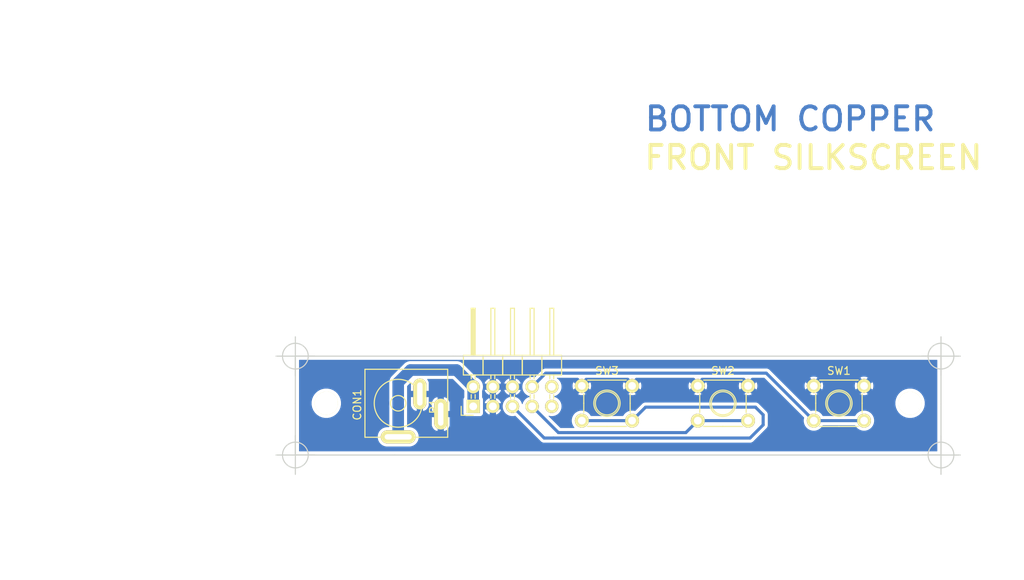
<source format=kicad_pcb>
(kicad_pcb (version 20171130) (host pcbnew "(5.0.0)")

  (general
    (thickness 1.6)
    (drawings 54)
    (tracks 25)
    (zones 0)
    (modules 7)
    (nets 8)
  )

  (page USLetter)
  (layers
    (0 F.Cu signal)
    (31 B.Cu signal)
    (32 B.Adhes user)
    (33 F.Adhes user)
    (34 B.Paste user)
    (35 F.Paste user)
    (36 B.SilkS user)
    (37 F.SilkS user)
    (38 B.Mask user)
    (39 F.Mask user)
    (40 Dwgs.User user)
    (41 Cmts.User user)
    (42 Eco1.User user)
    (43 Eco2.User user)
    (44 Edge.Cuts user)
    (45 Margin user)
    (46 B.CrtYd user)
    (47 F.CrtYd user)
    (48 B.Fab user)
    (49 F.Fab user)
  )

  (setup
    (last_trace_width 0.25)
    (user_trace_width 0.4)
    (user_trace_width 1)
    (user_trace_width 1.5)
    (trace_clearance 0.3)
    (zone_clearance 0.4)
    (zone_45_only no)
    (trace_min 0.2)
    (segment_width 0.2)
    (edge_width 0.15)
    (via_size 0.6)
    (via_drill 0.4)
    (via_min_size 0.4)
    (via_min_drill 0.3)
    (uvia_size 0.3)
    (uvia_drill 0.1)
    (uvias_allowed no)
    (uvia_min_size 0.2)
    (uvia_min_drill 0.1)
    (pcb_text_width 0.3)
    (pcb_text_size 1.5 1.5)
    (mod_edge_width 0.15)
    (mod_text_size 1 1)
    (mod_text_width 0.15)
    (pad_size 3 3)
    (pad_drill 3)
    (pad_to_mask_clearance 0.2)
    (aux_axis_origin 113.9 106.3)
    (grid_origin 113.9 106.3)
    (visible_elements 7FFFFFFF)
    (pcbplotparams
      (layerselection 0x01460_fffffffe)
      (usegerberextensions false)
      (usegerberattributes false)
      (usegerberadvancedattributes false)
      (creategerberjobfile false)
      (excludeedgelayer false)
      (linewidth 0.100000)
      (plotframeref false)
      (viasonmask false)
      (mode 1)
      (useauxorigin true)
      (hpglpennumber 1)
      (hpglpenspeed 20)
      (hpglpendiameter 15.000000)
      (psnegative false)
      (psa4output false)
      (plotreference true)
      (plotvalue false)
      (plotinvisibletext false)
      (padsonsilk false)
      (subtractmaskfromsilk true)
      (outputformat 1)
      (mirror false)
      (drillshape 0)
      (scaleselection 1)
      (outputdirectory "gerbers/"))
  )

  (net 0 "")
  (net 1 "Net-(CON1-Pad1)")
  (net 2 GND)
  (net 3 "Net-(P1-Pad5)")
  (net 4 "Net-(P1-Pad7)")
  (net 5 "Net-(P1-Pad8)")
  (net 6 "Net-(P1-Pad9)")
  (net 7 "Net-(P1-Pad10)")

  (net_class Default "This is the default net class."
    (clearance 0.3)
    (trace_width 0.25)
    (via_dia 0.6)
    (via_drill 0.4)
    (uvia_dia 0.3)
    (uvia_drill 0.1)
    (add_net GND)
    (add_net "Net-(CON1-Pad1)")
    (add_net "Net-(P1-Pad10)")
    (add_net "Net-(P1-Pad5)")
    (add_net "Net-(P1-Pad7)")
    (add_net "Net-(P1-Pad8)")
    (add_net "Net-(P1-Pad9)")
  )

  (module usrConnectors:CON_PWR_JACK_5.5x2mm (layer F.Cu) (tedit 57ACE342) (tstamp 57AA177C)
    (at 127.2 99.6)
    (path /57B06720)
    (fp_text reference CON1 (at -5.3 0.2 90) (layer F.SilkS)
      (effects (font (size 1 1) (thickness 0.15)))
    )
    (fp_text value BARREL_JACK (at 0 -5.6) (layer F.Fab)
      (effects (font (size 1 1) (thickness 0.15)))
    )
    (fp_line (start 6.4 0) (end 6.4 4.4) (layer F.SilkS) (width 0.15))
    (fp_line (start 6.4 4.4) (end -4.3 4.4) (layer F.SilkS) (width 0.15))
    (fp_line (start -4.3 4.4) (end -4.3 -4.4) (layer F.SilkS) (width 0.15))
    (fp_line (start -4.3 -4.4) (end 6.4 -4.4) (layer F.SilkS) (width 0.15))
    (fp_line (start 6.4 -4.4) (end 6.4 0) (layer F.SilkS) (width 0.15))
    (fp_circle (center 0 0) (end 3.1 0) (layer F.SilkS) (width 0.15))
    (fp_circle (center 0 0) (end 1 0) (layer F.SilkS) (width 0.15))
    (pad 1 thru_hole oval (at 0 4.35) (size 4.5 1.7) (drill oval 3.5 0.7) (layers *.Cu *.Mask F.SilkS)
      (net 1 "Net-(CON1-Pad1)"))
    (pad 3 thru_hole oval (at 2.8 -1.2) (size 1.7 4) (drill oval 0.7 3) (layers *.Cu *.Mask F.SilkS)
      (net 2 GND))
    (pad 2 thru_hole oval (at 5.5 1.4) (size 1.7 4) (drill oval 0.7 3) (layers *.Cu *.Mask F.SilkS)
      (net 2 GND))
  )

  (module usrMisc:SW_SPST_THT_6mm (layer F.Cu) (tedit 57AA16D1) (tstamp 57AA179A)
    (at 184.2 99.6 180)
    (path /57B069A4)
    (fp_text reference SW1 (at 0 4.2 180) (layer F.SilkS)
      (effects (font (size 1 1) (thickness 0.15)))
    )
    (fp_text value UP (at 0 -4.1 180) (layer F.Fab)
      (effects (font (size 1 1) (thickness 0.15)))
    )
    (fp_circle (center 0 0) (end 1.5 0) (layer F.SilkS) (width 0.15))
    (fp_circle (center 0 0) (end 1.7 0) (layer F.SilkS) (width 0.15))
    (fp_line (start 0 -3) (end -2.5 -3) (layer F.SilkS) (width 0.15))
    (fp_line (start 0 -3) (end 2.5 -3) (layer F.SilkS) (width 0.15))
    (fp_line (start -3 0) (end -3 1.2) (layer F.SilkS) (width 0.15))
    (fp_line (start -3 0) (end -3 -1.2) (layer F.SilkS) (width 0.15))
    (fp_line (start 0 3) (end -2.5 3) (layer F.SilkS) (width 0.15))
    (fp_line (start 0 3) (end 2.5 3) (layer F.SilkS) (width 0.15))
    (fp_line (start 3 0) (end 3 1.2) (layer F.SilkS) (width 0.15))
    (fp_line (start 3 0) (end 3 -1.2) (layer F.SilkS) (width 0.15))
    (pad 1 thru_hole circle (at -3.25 -2.25 180) (size 1.8 1.8) (drill 1) (layers *.Cu *.Mask F.SilkS)
      (net 5 "Net-(P1-Pad8)"))
    (pad 2 thru_hole circle (at 3.25 -2.25 180) (size 1.8 1.8) (drill 1) (layers *.Cu *.Mask F.SilkS)
      (net 5 "Net-(P1-Pad8)"))
    (pad 3 thru_hole circle (at -3.25 2.25 180) (size 1.8 1.8) (drill 1) (layers *.Cu *.Mask F.SilkS)
      (net 2 GND))
    (pad 4 thru_hole circle (at 3.25 2.25 180) (size 1.8 1.8) (drill 1) (layers *.Cu *.Mask F.SilkS)
      (net 2 GND))
  )

  (module usrMisc:SW_SPST_THT_6mm (layer F.Cu) (tedit 57AA16D1) (tstamp 57AA17AC)
    (at 169.2 99.6 180)
    (path /57B06966)
    (fp_text reference SW2 (at 0 4.2 180) (layer F.SilkS)
      (effects (font (size 1 1) (thickness 0.15)))
    )
    (fp_text value SET (at 0 -4.1 180) (layer F.Fab)
      (effects (font (size 1 1) (thickness 0.15)))
    )
    (fp_circle (center 0 0) (end 1.5 0) (layer F.SilkS) (width 0.15))
    (fp_circle (center 0 0) (end 1.7 0) (layer F.SilkS) (width 0.15))
    (fp_line (start 0 -3) (end -2.5 -3) (layer F.SilkS) (width 0.15))
    (fp_line (start 0 -3) (end 2.5 -3) (layer F.SilkS) (width 0.15))
    (fp_line (start -3 0) (end -3 1.2) (layer F.SilkS) (width 0.15))
    (fp_line (start -3 0) (end -3 -1.2) (layer F.SilkS) (width 0.15))
    (fp_line (start 0 3) (end -2.5 3) (layer F.SilkS) (width 0.15))
    (fp_line (start 0 3) (end 2.5 3) (layer F.SilkS) (width 0.15))
    (fp_line (start 3 0) (end 3 1.2) (layer F.SilkS) (width 0.15))
    (fp_line (start 3 0) (end 3 -1.2) (layer F.SilkS) (width 0.15))
    (pad 1 thru_hole circle (at -3.25 -2.25 180) (size 1.8 1.8) (drill 1) (layers *.Cu *.Mask F.SilkS)
      (net 4 "Net-(P1-Pad7)"))
    (pad 2 thru_hole circle (at 3.25 -2.25 180) (size 1.8 1.8) (drill 1) (layers *.Cu *.Mask F.SilkS)
      (net 4 "Net-(P1-Pad7)"))
    (pad 3 thru_hole circle (at -3.25 2.25 180) (size 1.8 1.8) (drill 1) (layers *.Cu *.Mask F.SilkS)
      (net 2 GND))
    (pad 4 thru_hole circle (at 3.25 2.25 180) (size 1.8 1.8) (drill 1) (layers *.Cu *.Mask F.SilkS)
      (net 2 GND))
  )

  (module usrMisc:SW_SPST_THT_6mm (layer F.Cu) (tedit 57AA16D1) (tstamp 57AA17BE)
    (at 154.2 99.6 180)
    (path /57B068C9)
    (fp_text reference SW3 (at 0 4.2 180) (layer F.SilkS)
      (effects (font (size 1 1) (thickness 0.15)))
    )
    (fp_text value MODE (at 0 -4.1 180) (layer F.Fab)
      (effects (font (size 1 1) (thickness 0.15)))
    )
    (fp_circle (center 0 0) (end 1.5 0) (layer F.SilkS) (width 0.15))
    (fp_circle (center 0 0) (end 1.7 0) (layer F.SilkS) (width 0.15))
    (fp_line (start 0 -3) (end -2.5 -3) (layer F.SilkS) (width 0.15))
    (fp_line (start 0 -3) (end 2.5 -3) (layer F.SilkS) (width 0.15))
    (fp_line (start -3 0) (end -3 1.2) (layer F.SilkS) (width 0.15))
    (fp_line (start -3 0) (end -3 -1.2) (layer F.SilkS) (width 0.15))
    (fp_line (start 0 3) (end -2.5 3) (layer F.SilkS) (width 0.15))
    (fp_line (start 0 3) (end 2.5 3) (layer F.SilkS) (width 0.15))
    (fp_line (start 3 0) (end 3 1.2) (layer F.SilkS) (width 0.15))
    (fp_line (start 3 0) (end 3 -1.2) (layer F.SilkS) (width 0.15))
    (pad 1 thru_hole circle (at -3.25 -2.25 180) (size 1.8 1.8) (drill 1) (layers *.Cu *.Mask F.SilkS)
      (net 3 "Net-(P1-Pad5)"))
    (pad 2 thru_hole circle (at 3.25 -2.25 180) (size 1.8 1.8) (drill 1) (layers *.Cu *.Mask F.SilkS)
      (net 3 "Net-(P1-Pad5)"))
    (pad 3 thru_hole circle (at -3.25 2.25 180) (size 1.8 1.8) (drill 1) (layers *.Cu *.Mask F.SilkS)
      (net 2 GND))
    (pad 4 thru_hole circle (at 3.25 2.25 180) (size 1.8 1.8) (drill 1) (layers *.Cu *.Mask F.SilkS)
      (net 2 GND))
  )

  (module Mounting_Holes:MountingHole_3-5mm (layer F.Cu) (tedit 57AA5BF5) (tstamp 57AA17C3)
    (at 193.4 99.6)
    (descr "Mounting hole, Befestigungsbohrung, 3,5mm, No Annular, Kein Restring,")
    (tags "Mounting hole, Befestigungsbohrung, 3,5mm, No Annular, Kein Restring,")
    (path /57B06B37)
    (fp_text reference X1 (at 0 -4.50088) (layer F.SilkS) hide
      (effects (font (size 1 1) (thickness 0.15)))
    )
    (fp_text value HOLE (at 0 5.00126) (layer F.Fab)
      (effects (font (size 1 1) (thickness 0.15)))
    )
    (fp_circle (center 0 0) (end 3.5 0) (layer Cmts.User) (width 0.381))
    (pad "" np_thru_hole circle (at 0 0) (size 3 3) (drill 3) (layers *.Cu *.Mask F.SilkS))
  )

  (module Mounting_Holes:MountingHole_3-5mm (layer F.Cu) (tedit 57AA5BF0) (tstamp 57AA17C8)
    (at 117.9 99.6)
    (descr "Mounting hole, Befestigungsbohrung, 3,5mm, No Annular, Kein Restring,")
    (tags "Mounting hole, Befestigungsbohrung, 3,5mm, No Annular, Kein Restring,")
    (path /57B06BA6)
    (fp_text reference X2 (at 0 -4.50088) (layer F.SilkS) hide
      (effects (font (size 1 1) (thickness 0.15)))
    )
    (fp_text value HOLE (at 0 5.00126) (layer F.Fab)
      (effects (font (size 1 1) (thickness 0.15)))
    )
    (fp_circle (center 0 0) (end 3.5 0) (layer Cmts.User) (width 0.381))
    (pad "" np_thru_hole circle (at 0 0) (size 3 3) (drill 3) (layers *.Cu *.Mask F.SilkS))
  )

  (module Pin_Headers:Pin_Header_Angled_2x05 (layer F.Cu) (tedit 0) (tstamp 59E7D466)
    (at 136.9 100 90)
    (descr "Through hole pin header")
    (tags "pin header")
    (path /59ED08E3)
    (fp_text reference P1 (at 0 -5.1 90) (layer F.SilkS)
      (effects (font (size 1 1) (thickness 0.15)))
    )
    (fp_text value CONN_02X05 (at 0 -3.1 90) (layer F.Fab)
      (effects (font (size 1 1) (thickness 0.15)))
    )
    (fp_line (start -1.35 -1.75) (end -1.35 11.95) (layer F.CrtYd) (width 0.05))
    (fp_line (start 13.2 -1.75) (end 13.2 11.95) (layer F.CrtYd) (width 0.05))
    (fp_line (start -1.35 -1.75) (end 13.2 -1.75) (layer F.CrtYd) (width 0.05))
    (fp_line (start -1.35 11.95) (end 13.2 11.95) (layer F.CrtYd) (width 0.05))
    (fp_line (start 1.524 10.414) (end 1.016 10.414) (layer F.SilkS) (width 0.15))
    (fp_line (start 1.524 9.906) (end 1.016 9.906) (layer F.SilkS) (width 0.15))
    (fp_line (start 1.524 7.874) (end 1.016 7.874) (layer F.SilkS) (width 0.15))
    (fp_line (start 1.524 7.366) (end 1.016 7.366) (layer F.SilkS) (width 0.15))
    (fp_line (start 1.524 -0.254) (end 1.016 -0.254) (layer F.SilkS) (width 0.15))
    (fp_line (start 1.524 0.254) (end 1.016 0.254) (layer F.SilkS) (width 0.15))
    (fp_line (start 1.524 5.334) (end 1.016 5.334) (layer F.SilkS) (width 0.15))
    (fp_line (start 1.524 4.826) (end 1.016 4.826) (layer F.SilkS) (width 0.15))
    (fp_line (start 1.524 2.794) (end 1.016 2.794) (layer F.SilkS) (width 0.15))
    (fp_line (start 1.524 2.286) (end 1.016 2.286) (layer F.SilkS) (width 0.15))
    (fp_line (start 4.064 10.414) (end 3.556 10.414) (layer F.SilkS) (width 0.15))
    (fp_line (start 4.064 9.906) (end 3.556 9.906) (layer F.SilkS) (width 0.15))
    (fp_line (start 4.064 -0.254) (end 3.556 -0.254) (layer F.SilkS) (width 0.15))
    (fp_line (start 4.064 0.254) (end 3.556 0.254) (layer F.SilkS) (width 0.15))
    (fp_line (start 4.064 2.286) (end 3.556 2.286) (layer F.SilkS) (width 0.15))
    (fp_line (start 4.064 2.794) (end 3.556 2.794) (layer F.SilkS) (width 0.15))
    (fp_line (start 4.064 7.874) (end 3.556 7.874) (layer F.SilkS) (width 0.15))
    (fp_line (start 4.064 7.366) (end 3.556 7.366) (layer F.SilkS) (width 0.15))
    (fp_line (start 4.064 5.334) (end 3.556 5.334) (layer F.SilkS) (width 0.15))
    (fp_line (start 4.064 4.826) (end 3.556 4.826) (layer F.SilkS) (width 0.15))
    (fp_line (start 0 -1.55) (end -1.15 -1.55) (layer F.SilkS) (width 0.15))
    (fp_line (start -1.15 -1.55) (end -1.15 0) (layer F.SilkS) (width 0.15))
    (fp_line (start 6.604 -0.127) (end 12.573 -0.127) (layer F.SilkS) (width 0.15))
    (fp_line (start 12.573 -0.127) (end 12.573 0.127) (layer F.SilkS) (width 0.15))
    (fp_line (start 12.573 0.127) (end 6.731 0.127) (layer F.SilkS) (width 0.15))
    (fp_line (start 6.731 0.127) (end 6.731 0) (layer F.SilkS) (width 0.15))
    (fp_line (start 6.731 0) (end 12.573 0) (layer F.SilkS) (width 0.15))
    (fp_line (start 4.064 8.89) (end 6.604 8.89) (layer F.SilkS) (width 0.15))
    (fp_line (start 4.064 8.89) (end 4.064 11.43) (layer F.SilkS) (width 0.15))
    (fp_line (start 6.604 9.906) (end 12.7 9.906) (layer F.SilkS) (width 0.15))
    (fp_line (start 12.7 9.906) (end 12.7 10.414) (layer F.SilkS) (width 0.15))
    (fp_line (start 12.7 10.414) (end 6.604 10.414) (layer F.SilkS) (width 0.15))
    (fp_line (start 6.604 11.43) (end 6.604 8.89) (layer F.SilkS) (width 0.15))
    (fp_line (start 4.064 11.43) (end 6.604 11.43) (layer F.SilkS) (width 0.15))
    (fp_line (start 4.064 3.81) (end 6.604 3.81) (layer F.SilkS) (width 0.15))
    (fp_line (start 4.064 3.81) (end 4.064 6.35) (layer F.SilkS) (width 0.15))
    (fp_line (start 4.064 6.35) (end 6.604 6.35) (layer F.SilkS) (width 0.15))
    (fp_line (start 6.604 4.826) (end 12.7 4.826) (layer F.SilkS) (width 0.15))
    (fp_line (start 12.7 4.826) (end 12.7 5.334) (layer F.SilkS) (width 0.15))
    (fp_line (start 12.7 5.334) (end 6.604 5.334) (layer F.SilkS) (width 0.15))
    (fp_line (start 6.604 6.35) (end 6.604 3.81) (layer F.SilkS) (width 0.15))
    (fp_line (start 6.604 8.89) (end 6.604 6.35) (layer F.SilkS) (width 0.15))
    (fp_line (start 12.7 7.874) (end 6.604 7.874) (layer F.SilkS) (width 0.15))
    (fp_line (start 12.7 7.366) (end 12.7 7.874) (layer F.SilkS) (width 0.15))
    (fp_line (start 6.604 7.366) (end 12.7 7.366) (layer F.SilkS) (width 0.15))
    (fp_line (start 4.064 8.89) (end 6.604 8.89) (layer F.SilkS) (width 0.15))
    (fp_line (start 4.064 6.35) (end 4.064 8.89) (layer F.SilkS) (width 0.15))
    (fp_line (start 4.064 6.35) (end 6.604 6.35) (layer F.SilkS) (width 0.15))
    (fp_line (start 4.064 1.27) (end 6.604 1.27) (layer F.SilkS) (width 0.15))
    (fp_line (start 4.064 1.27) (end 4.064 3.81) (layer F.SilkS) (width 0.15))
    (fp_line (start 4.064 3.81) (end 6.604 3.81) (layer F.SilkS) (width 0.15))
    (fp_line (start 6.604 2.286) (end 12.7 2.286) (layer F.SilkS) (width 0.15))
    (fp_line (start 12.7 2.286) (end 12.7 2.794) (layer F.SilkS) (width 0.15))
    (fp_line (start 12.7 2.794) (end 6.604 2.794) (layer F.SilkS) (width 0.15))
    (fp_line (start 6.604 3.81) (end 6.604 1.27) (layer F.SilkS) (width 0.15))
    (fp_line (start 6.604 1.27) (end 6.604 -1.27) (layer F.SilkS) (width 0.15))
    (fp_line (start 12.7 0.254) (end 6.604 0.254) (layer F.SilkS) (width 0.15))
    (fp_line (start 12.7 -0.254) (end 12.7 0.254) (layer F.SilkS) (width 0.15))
    (fp_line (start 6.604 -0.254) (end 12.7 -0.254) (layer F.SilkS) (width 0.15))
    (fp_line (start 4.064 1.27) (end 6.604 1.27) (layer F.SilkS) (width 0.15))
    (fp_line (start 4.064 -1.27) (end 4.064 1.27) (layer F.SilkS) (width 0.15))
    (fp_line (start 4.064 -1.27) (end 6.604 -1.27) (layer F.SilkS) (width 0.15))
    (pad 1 thru_hole rect (at 0 0 90) (size 1.7272 1.7272) (drill 1.016) (layers *.Cu *.Mask F.SilkS)
      (net 1 "Net-(CON1-Pad1)"))
    (pad 2 thru_hole oval (at 2.54 0 90) (size 1.7272 1.7272) (drill 1.016) (layers *.Cu *.Mask F.SilkS)
      (net 1 "Net-(CON1-Pad1)"))
    (pad 3 thru_hole oval (at 0 2.54 90) (size 1.7272 1.7272) (drill 1.016) (layers *.Cu *.Mask F.SilkS)
      (net 2 GND))
    (pad 4 thru_hole oval (at 2.54 2.54 90) (size 1.7272 1.7272) (drill 1.016) (layers *.Cu *.Mask F.SilkS)
      (net 2 GND))
    (pad 5 thru_hole oval (at 0 5.08 90) (size 1.7272 1.7272) (drill 1.016) (layers *.Cu *.Mask F.SilkS)
      (net 3 "Net-(P1-Pad5)"))
    (pad 6 thru_hole oval (at 2.54 5.08 90) (size 1.7272 1.7272) (drill 1.016) (layers *.Cu *.Mask F.SilkS)
      (net 2 GND))
    (pad 7 thru_hole oval (at 0 7.62 90) (size 1.7272 1.7272) (drill 1.016) (layers *.Cu *.Mask F.SilkS)
      (net 4 "Net-(P1-Pad7)"))
    (pad 8 thru_hole oval (at 2.54 7.62 90) (size 1.7272 1.7272) (drill 1.016) (layers *.Cu *.Mask F.SilkS)
      (net 5 "Net-(P1-Pad8)"))
    (pad 9 thru_hole oval (at 0 10.16 90) (size 1.7272 1.7272) (drill 1.016) (layers *.Cu *.Mask F.SilkS)
      (net 6 "Net-(P1-Pad9)"))
    (pad 10 thru_hole oval (at 2.54 10.16 90) (size 1.7272 1.7272) (drill 1.016) (layers *.Cu *.Mask F.SilkS)
      (net 7 "Net-(P1-Pad10)"))
    (model Pin_Headers.3dshapes/Pin_Header_Angled_2x05.wrl
      (offset (xyz 1.269999980926514 -5.079999923706055 0))
      (scale (xyz 1 1 1))
      (rotate (xyz 0 0 90))
    )
  )

  (gr_line (start 76.2 65.5) (end 82.9 65.5) (layer Eco1.User) (width 0.2))
  (gr_line (start 76.2 82.4) (end 76.2 65.5) (layer Eco1.User) (width 0.2))
  (gr_line (start 111.3 82.4) (end 76.2 82.4) (layer Eco1.User) (width 0.2))
  (gr_line (start 111.3 65.5) (end 111.3 82.4) (layer Eco1.User) (width 0.2))
  (gr_line (start 82.9 65.5) (end 111.3 65.5) (layer Eco1.User) (width 0.2))
  (gr_text "Material: FR4, 1.6mm thick\n34um copper thickness (1oz)\nV-scoring cut\nHASL finish\nBlack Soldermask\nWhite Silkscreen" (at 76.7 73.9) (layer Eco1.User) (tstamp 5C06CA6B)
    (effects (font (size 1.5 1.5) (thickness 0.3)) (justify left))
  )
  (gr_line (start 81.7 57.8) (end 87.2 57.8) (layer Eco1.User) (width 0.2))
  (gr_line (start 81.7 63.7) (end 81.7 57.8) (layer Eco1.User) (width 0.2))
  (gr_line (start 102.9 63.7) (end 81.7 63.7) (layer Eco1.User) (width 0.2))
  (gr_line (start 102.9 57.8) (end 102.9 63.7) (layer Eco1.User) (width 0.2))
  (gr_line (start 87.2 57.8) (end 102.9 57.8) (layer Eco1.User) (width 0.2))
  (gr_text "BUTTONS_BOARD\nDECEMBER-2018" (at 92.1 60.9) (layer Eco1.User) (tstamp 5C06CA38)
    (effects (font (size 1.5 1.5) (thickness 0.3)))
  )
  (gr_text DOCUMENTATION (at 177.4 77.8) (layer Eco1.User)
    (effects (font (size 3 3) (thickness 0.5)))
  )
  (gr_text "BOTTOM SOLDERMASK" (at 183.4 72.8) (layer B.Mask)
    (effects (font (size 3 3) (thickness 0.5)))
  )
  (gr_text "FRONT SILKSCREEN" (at 180.9 67.8) (layer F.SilkS)
    (effects (font (size 3 3) (thickness 0.5)))
  )
  (gr_text "BOTTOM COPPER" (at 177.9 62.8) (layer B.Cu)
    (effects (font (size 3 3) (thickness 0.5)))
  )
  (gr_line (start 79.7 84.4) (end 79.7 86.9) (angle 90) (layer Eco1.User) (width 0.2))
  (gr_line (start 109.2 84.4) (end 79.7 84.4) (angle 90) (layer Eco1.User) (width 0.2))
  (gr_line (start 109.2 95.4) (end 109.2 84.4) (angle 90) (layer Eco1.User) (width 0.2))
  (gr_line (start 79.7 95.4) (end 109.2 95.4) (angle 90) (layer Eco1.User) (width 0.2))
  (gr_line (start 79.7 86.9) (end 79.7 95.4) (angle 90) (layer Eco1.User) (width 0.2))
  (gr_text "CONTACT INFO:\nJosé Alejandro Logreira\nalejandro@nuvitron.com\n(+57) 317 533 3155" (at 94.2 89.9) (layer Eco1.User)
    (effects (font (size 1.5 1.5) (thickness 0.3)))
  )
  (gr_line (start 111.8 47.5) (end 75.8 47.5) (angle 90) (layer Eco1.User) (width 0.2))
  (gr_line (start 111.8 56.5) (end 111.8 47.5) (angle 90) (layer Eco1.User) (width 0.2))
  (gr_line (start 75.8 56.5) (end 111.8 56.5) (angle 90) (layer Eco1.User) (width 0.2))
  (gr_line (start 75.8 47.5) (end 75.8 56.5) (angle 90) (layer Eco1.User) (width 0.2))
  (gr_text "BILITRIUM TECHNOLOGIES SAS\nwww.nuvitron.com\nBogotá - Colombia" (at 93.8 52) (layer Eco1.User)
    (effects (font (size 1.5 1.5) (thickness 0.3)))
  )
  (target plus (at 113.9 93.5) (size 5) (width 0.15) (layer Edge.Cuts))
  (target plus (at 197.4 93.5) (size 5) (width 0.15) (layer Edge.Cuts))
  (target plus (at 197.4 106.3) (size 5) (width 0.15) (layer Edge.Cuts))
  (target plus (at 113.9 106.3) (size 5) (width 0.15) (layer Edge.Cuts))
  (gr_line (start 130 105.1) (end 132.7 107.8) (angle 90) (layer Eco1.User) (width 0.2))
  (gr_line (start 130 100) (end 130 105.1) (angle 90) (layer Eco1.User) (width 0.2))
  (gr_line (start 130 99.9) (end 130.6 100.5) (angle 90) (layer Eco1.User) (width 0.2))
  (gr_line (start 130 99.9) (end 129.4 100.5) (angle 90) (layer Eco1.User) (width 0.2))
  (gr_line (start 132.7 102.6) (end 132.7 117.5) (angle 90) (layer Eco1.User) (width 0.2))
  (gr_line (start 132.7 102.6) (end 133.3 103.2) (angle 90) (layer Eco1.User) (width 0.2))
  (gr_line (start 132.7 102.6) (end 132.1 103.2) (angle 90) (layer Eco1.User) (width 0.2))
  (gr_text "Slots for\nmilling" (at 129.6 119.9) (layer Eco1.User)
    (effects (font (size 1.5 1.5) (thickness 0.3)))
  )
  (gr_line (start 127.2 104.3) (end 127.2 117.4) (angle 90) (layer Eco1.User) (width 0.2))
  (gr_line (start 127.2 104.3) (end 127.8 104.9) (angle 90) (layer Eco1.User) (width 0.2))
  (gr_line (start 127.2 104.3) (end 126.6 104.9) (angle 90) (layer Eco1.User) (width 0.2))
  (dimension 12.8 (width 0.3) (layer Eco1.User)
    (gr_text "12,800 mm" (at 201.15 99.9 90) (layer Eco1.User)
      (effects (font (size 1.5 1.5) (thickness 0.3)))
    )
    (feature1 (pts (xy 197.4 93.5) (xy 202.5 93.5)))
    (feature2 (pts (xy 197.4 106.3) (xy 202.5 106.3)))
    (crossbar (pts (xy 199.8 106.3) (xy 199.8 93.5)))
    (arrow1a (pts (xy 199.8 93.5) (xy 200.386421 94.626504)))
    (arrow1b (pts (xy 199.8 93.5) (xy 199.213579 94.626504)))
    (arrow2a (pts (xy 199.8 106.3) (xy 200.386421 105.173496)))
    (arrow2b (pts (xy 199.8 106.3) (xy 199.213579 105.173496)))
  )
  (dimension 75.5 (width 0.3) (layer Eco1.User)
    (gr_text "75,500 mm" (at 155.65 113.05) (layer Eco1.User)
      (effects (font (size 1.5 1.5) (thickness 0.3)))
    )
    (feature1 (pts (xy 193.4 99.6) (xy 193.4 114.4)))
    (feature2 (pts (xy 117.9 99.6) (xy 117.9 114.4)))
    (crossbar (pts (xy 117.9 111.7) (xy 193.4 111.7)))
    (arrow1a (pts (xy 193.4 111.7) (xy 192.273496 112.286421)))
    (arrow1b (pts (xy 193.4 111.7) (xy 192.273496 111.113579)))
    (arrow2a (pts (xy 117.9 111.7) (xy 119.026504 112.286421)))
    (arrow2b (pts (xy 117.9 111.7) (xy 119.026504 111.113579)))
  )
  (dimension 83.5 (width 0.3) (layer Eco1.User)
    (gr_text "83,500 mm" (at 155.65 84.75) (layer Eco1.User)
      (effects (font (size 1.5 1.5) (thickness 0.3)))
    )
    (feature1 (pts (xy 197.4 93.5) (xy 197.4 83.4)))
    (feature2 (pts (xy 113.9 93.5) (xy 113.9 83.4)))
    (crossbar (pts (xy 113.9 86.1) (xy 197.4 86.1)))
    (arrow1a (pts (xy 197.4 86.1) (xy 196.273496 86.686421)))
    (arrow1b (pts (xy 197.4 86.1) (xy 196.273496 85.513579)))
    (arrow2a (pts (xy 113.9 86.1) (xy 115.026504 86.686421)))
    (arrow2b (pts (xy 113.9 86.1) (xy 115.026504 85.513579)))
  )
  (gr_line (start 113.9 106.3) (end 113.9 99.6) (angle 90) (layer Edge.Cuts) (width 0.15))
  (gr_line (start 113.9 93.5) (end 113.9 96.1) (angle 90) (layer Edge.Cuts) (width 0.15))
  (gr_line (start 134.3 93.5) (end 113.9 93.5) (angle 90) (layer Edge.Cuts) (width 0.15))
  (gr_line (start 197.4 93.5) (end 197.4 99.7) (angle 90) (layer Edge.Cuts) (width 0.15))
  (gr_line (start 197.4 106.3) (end 197.4 99.7) (angle 90) (layer Edge.Cuts) (width 0.15))
  (gr_line (start 134.3 93.5) (end 197.4 93.5) (angle 90) (layer Edge.Cuts) (width 0.15))
  (gr_line (start 126.7 106.3) (end 113.9 106.3) (angle 90) (layer Edge.Cuts) (width 0.15))
  (gr_line (start 126.7 106.3) (end 197.4 106.3) (angle 90) (layer Edge.Cuts) (width 0.15))
  (gr_line (start 113.9 99.6) (end 113.9 96.1) (angle 90) (layer Edge.Cuts) (width 0.15))

  (segment (start 128.8 95.3) (end 134.74 95.3) (width 1.5) (layer B.Cu) (net 1))
  (segment (start 127.2 96.9) (end 128.8 95.3) (width 1.5) (layer B.Cu) (net 1) (tstamp 57ADCD56))
  (segment (start 127.2 103.95) (end 127.2 96.9) (width 1.5) (layer B.Cu) (net 1))
  (segment (start 134.74 95.3) (end 136.9 97.46) (width 1.5) (layer B.Cu) (net 1) (tstamp 59E7D746))
  (segment (start 136.9 97.46) (end 136.9 100) (width 1.5) (layer B.Cu) (net 1) (tstamp 59E7D74B))
  (segment (start 141.98 100) (end 146.080002 104.100002) (width 0.4) (layer B.Cu) (net 3))
  (segment (start 147.280002 104.100002) (end 172.699998 104.100002) (width 0.4) (layer B.Cu) (net 3) (tstamp 59E7D49F))
  (segment (start 172.699998 104.100002) (end 174.4 102.4) (width 0.4) (layer B.Cu) (net 3) (tstamp 59E7D4A1))
  (segment (start 174.4 102.4) (end 174.4 101.1) (width 0.4) (layer B.Cu) (net 3) (tstamp 59E7D4A5))
  (segment (start 174.4 101.1) (end 173.4 100.1) (width 0.4) (layer B.Cu) (net 3) (tstamp 59E7D4A9))
  (segment (start 173.4 100.1) (end 159.2 100.1) (width 0.4) (layer B.Cu) (net 3) (tstamp 59E7D4AA))
  (segment (start 159.2 100.1) (end 157.45 101.85) (width 0.4) (layer B.Cu) (net 3) (tstamp 59E7D4AB))
  (segment (start 146.080002 104.100002) (end 147.280002 104.100002) (width 0.4) (layer B.Cu) (net 3) (tstamp 59E7D73E))
  (segment (start 157.45 101.85) (end 150.95 101.85) (width 0.4) (layer B.Cu) (net 3) (tstamp 59E7D4AD))
  (segment (start 149.12 103.4) (end 147.92 103.4) (width 0.4) (layer B.Cu) (net 4))
  (segment (start 149.12 103.4) (end 164.4 103.4) (width 0.4) (layer B.Cu) (net 4) (tstamp 59E7D496))
  (segment (start 165.95 101.85) (end 164.4 103.4) (width 0.4) (layer B.Cu) (net 4) (tstamp 59E7D49B))
  (segment (start 147.92 103.4) (end 144.52 100) (width 0.4) (layer B.Cu) (net 4) (tstamp 59E7D73B))
  (segment (start 165.95 101.85) (end 172.45 101.85) (width 0.4) (layer B.Cu) (net 4))
  (segment (start 147.48 95.7) (end 146.28 95.7) (width 0.4) (layer B.Cu) (net 5))
  (segment (start 147.48 95.7) (end 174.8 95.7) (width 0.4) (layer B.Cu) (net 5) (tstamp 59E7D48B))
  (segment (start 174.8 95.7) (end 177.9 98.8) (width 0.4) (layer B.Cu) (net 5) (tstamp 59E7D48D))
  (segment (start 180.95 101.85) (end 177.9 98.8) (width 0.4) (layer B.Cu) (net 5) (tstamp 57ADCD7C))
  (segment (start 146.28 95.7) (end 144.52 97.46) (width 0.4) (layer B.Cu) (net 5) (tstamp 59E7D731))
  (segment (start 180.95 101.85) (end 187.45 101.85) (width 0.4) (layer B.Cu) (net 5))

  (zone (net 2) (net_name GND) (layer B.Cu) (tstamp 5C06C95D) (hatch edge 0.508)
    (connect_pads (clearance 0.4))
    (min_thickness 0.1)
    (fill yes (arc_segments 32) (thermal_gap 0.3) (thermal_bridge_width 0.8))
    (polygon
      (pts
        (xy 197.4 93.5) (xy 113.9 93.5) (xy 113.9 106.3) (xy 197.4 106.3)
      )
    )
    (filled_polygon
      (pts
        (xy 196.875001 99.674212) (xy 196.875 105.775) (xy 114.425 105.775) (xy 114.425 103.95) (xy 124.49371 103.95)
        (xy 124.51881 104.204845) (xy 124.593145 104.449896) (xy 124.71386 104.675736) (xy 124.876313 104.873687) (xy 125.074264 105.03614)
        (xy 125.300104 105.156855) (xy 125.545155 105.23119) (xy 125.736136 105.25) (xy 128.663864 105.25) (xy 128.854845 105.23119)
        (xy 129.099896 105.156855) (xy 129.325736 105.03614) (xy 129.523687 104.873687) (xy 129.68614 104.675736) (xy 129.806855 104.449896)
        (xy 129.88119 104.204845) (xy 129.90629 103.95) (xy 129.88119 103.695155) (xy 129.806855 103.450104) (xy 129.68614 103.224264)
        (xy 129.523687 103.026313) (xy 129.325736 102.86386) (xy 129.099896 102.743145) (xy 128.854845 102.66881) (xy 128.663864 102.65)
        (xy 128.4 102.65) (xy 128.4 101.35) (xy 131.5 101.35) (xy 131.5 102.5) (xy 131.591339 102.727383)
        (xy 131.725283 102.932578) (xy 131.896685 103.107699) (xy 132.17475 103.22894) (xy 132.35 103.20601) (xy 132.35 101.35)
        (xy 133.05 101.35) (xy 133.05 103.20601) (xy 133.22525 103.22894) (xy 133.503315 103.107699) (xy 133.674717 102.932578)
        (xy 133.808661 102.727383) (xy 133.9 102.5) (xy 133.9 101.35) (xy 133.05 101.35) (xy 132.35 101.35)
        (xy 131.5 101.35) (xy 128.4 101.35) (xy 128.4 98.75) (xy 128.8 98.75) (xy 128.8 99.9)
        (xy 128.891339 100.127383) (xy 129.025283 100.332578) (xy 129.196685 100.507699) (xy 129.47475 100.62894) (xy 129.65 100.60601)
        (xy 129.65 98.75) (xy 130.35 98.75) (xy 130.35 100.60601) (xy 130.52525 100.62894) (xy 130.803315 100.507699)
        (xy 130.974717 100.332578) (xy 131.108661 100.127383) (xy 131.2 99.9) (xy 131.2 99.5) (xy 131.5 99.5)
        (xy 131.5 100.65) (xy 132.35 100.65) (xy 132.35 98.79399) (xy 133.05 98.79399) (xy 133.05 100.65)
        (xy 133.9 100.65) (xy 133.9 99.5) (xy 133.808661 99.272617) (xy 133.674717 99.067422) (xy 133.503315 98.892301)
        (xy 133.22525 98.77106) (xy 133.05 98.79399) (xy 132.35 98.79399) (xy 132.17475 98.77106) (xy 131.896685 98.892301)
        (xy 131.725283 99.067422) (xy 131.591339 99.272617) (xy 131.5 99.5) (xy 131.2 99.5) (xy 131.2 98.75)
        (xy 130.35 98.75) (xy 129.65 98.75) (xy 128.8 98.75) (xy 128.4 98.75) (xy 128.4 97.397056)
        (xy 128.8 96.997056) (xy 128.8 98.05) (xy 129.65 98.05) (xy 129.65 98.03) (xy 130.35 98.03)
        (xy 130.35 98.05) (xy 131.2 98.05) (xy 131.2 96.9) (xy 131.108661 96.672617) (xy 130.995983 96.5)
        (xy 134.242944 96.5) (xy 135.668526 97.925582) (xy 135.680521 97.965125) (xy 135.7 98.001568) (xy 135.700001 98.836966)
        (xy 135.660429 98.885184) (xy 135.618643 98.963359) (xy 135.592911 99.048185) (xy 135.584223 99.1364) (xy 135.584223 100.8636)
        (xy 135.592911 100.951815) (xy 135.618643 101.036641) (xy 135.660429 101.114816) (xy 135.716663 101.183337) (xy 135.785184 101.239571)
        (xy 135.863359 101.281357) (xy 135.948185 101.307089) (xy 136.0364 101.315777) (xy 137.7636 101.315777) (xy 137.851815 101.307089)
        (xy 137.936641 101.281357) (xy 138.014816 101.239571) (xy 138.083337 101.183337) (xy 138.139571 101.114816) (xy 138.181357 101.036641)
        (xy 138.207089 100.951815) (xy 138.215777 100.8636) (xy 138.215777 100.527476) (xy 138.347007 100.527476) (xy 138.470914 100.730573)
        (xy 138.632062 100.905595) (xy 138.824259 101.045815) (xy 138.912527 101.092976) (xy 139.09 101.070328) (xy 139.09 100.35)
        (xy 139.79 100.35) (xy 139.79 101.070328) (xy 139.967473 101.092976) (xy 140.055741 101.045815) (xy 140.247938 100.905595)
        (xy 140.409086 100.730573) (xy 140.532993 100.527476) (xy 140.514552 100.35) (xy 139.79 100.35) (xy 139.09 100.35)
        (xy 138.365448 100.35) (xy 138.347007 100.527476) (xy 138.215777 100.527476) (xy 138.215777 100) (xy 140.660045 100)
        (xy 140.685408 100.25751) (xy 140.760521 100.505125) (xy 140.882498 100.733328) (xy 141.046651 100.933349) (xy 141.246672 101.097502)
        (xy 141.474875 101.219479) (xy 141.72249 101.294592) (xy 141.915478 101.3136) (xy 142.044522 101.3136) (xy 142.23751 101.294592)
        (xy 142.327926 101.267165) (xy 145.597806 104.537045) (xy 145.618159 104.561845) (xy 145.642959 104.582198) (xy 145.642961 104.5822)
        (xy 145.68891 104.619909) (xy 145.717134 104.643072) (xy 145.830054 104.703429) (xy 145.95258 104.740597) (xy 146.04807 104.750002)
        (xy 146.04808 104.750002) (xy 146.080001 104.753146) (xy 146.111922 104.750002) (xy 172.668077 104.750002) (xy 172.699998 104.753146)
        (xy 172.731919 104.750002) (xy 172.73193 104.750002) (xy 172.82742 104.740597) (xy 172.949946 104.703429) (xy 173.062866 104.643072)
        (xy 173.161841 104.561845) (xy 173.182198 104.53704) (xy 174.837039 102.882199) (xy 174.861843 102.861843) (xy 174.915409 102.796573)
        (xy 174.94307 102.762869) (xy 175.003427 102.649948) (xy 175.003427 102.649947) (xy 175.040595 102.527422) (xy 175.05 102.431932)
        (xy 175.05 102.431921) (xy 175.053144 102.4) (xy 175.05 102.368079) (xy 175.05 101.131924) (xy 175.053144 101.1)
        (xy 175.05 101.068076) (xy 175.05 101.068068) (xy 175.040595 100.972578) (xy 175.003427 100.850052) (xy 174.94307 100.737132)
        (xy 174.915409 100.703427) (xy 174.882199 100.66296) (xy 174.882196 100.662957) (xy 174.861843 100.638157) (xy 174.837043 100.617804)
        (xy 173.8822 99.662962) (xy 173.861843 99.638157) (xy 173.762868 99.55693) (xy 173.649948 99.496573) (xy 173.527422 99.459405)
        (xy 173.431932 99.45) (xy 173.431921 99.45) (xy 173.4 99.446856) (xy 173.368079 99.45) (xy 159.231924 99.45)
        (xy 159.2 99.446856) (xy 159.168076 99.45) (xy 159.168068 99.45) (xy 159.072578 99.459405) (xy 158.950052 99.496573)
        (xy 158.837132 99.55693) (xy 158.738157 99.638157) (xy 158.7178 99.662962) (xy 157.831354 100.549408) (xy 157.582963 100.5)
        (xy 157.317037 100.5) (xy 157.05622 100.55188) (xy 156.810535 100.653646) (xy 156.589425 100.801387) (xy 156.401387 100.989425)
        (xy 156.260685 101.2) (xy 152.139315 101.2) (xy 151.998613 100.989425) (xy 151.810575 100.801387) (xy 151.589465 100.653646)
        (xy 151.34378 100.55188) (xy 151.082963 100.5) (xy 150.817037 100.5) (xy 150.55622 100.55188) (xy 150.310535 100.653646)
        (xy 150.089425 100.801387) (xy 149.901387 100.989425) (xy 149.753646 101.210535) (xy 149.65188 101.45622) (xy 149.6 101.717037)
        (xy 149.6 101.982963) (xy 149.65188 102.24378) (xy 149.753646 102.489465) (xy 149.901387 102.710575) (xy 149.940812 102.75)
        (xy 148.189239 102.75) (xy 146.703934 101.264695) (xy 146.80249 101.294592) (xy 146.995478 101.3136) (xy 147.124522 101.3136)
        (xy 147.31751 101.294592) (xy 147.565125 101.219479) (xy 147.793328 101.097502) (xy 147.993349 100.933349) (xy 148.157502 100.733328)
        (xy 148.279479 100.505125) (xy 148.354592 100.25751) (xy 148.379955 100) (xy 148.354592 99.74249) (xy 148.279479 99.494875)
        (xy 148.157502 99.266672) (xy 147.993349 99.066651) (xy 147.793328 98.902498) (xy 147.565125 98.780521) (xy 147.398579 98.73)
        (xy 147.565125 98.679479) (xy 147.793328 98.557502) (xy 147.993349 98.393349) (xy 147.99951 98.385841) (xy 150.409133 98.385841)
        (xy 150.524112 98.531641) (xy 150.762822 98.592023) (xy 151.008725 98.604675) (xy 151.252372 98.56911) (xy 151.375888 98.531641)
        (xy 151.490867 98.385841) (xy 156.909133 98.385841) (xy 157.024112 98.531641) (xy 157.262822 98.592023) (xy 157.508725 98.604675)
        (xy 157.752372 98.56911) (xy 157.875888 98.531641) (xy 157.990867 98.385841) (xy 165.409133 98.385841) (xy 165.524112 98.531641)
        (xy 165.762822 98.592023) (xy 166.008725 98.604675) (xy 166.252372 98.56911) (xy 166.375888 98.531641) (xy 166.490867 98.385841)
        (xy 171.909133 98.385841) (xy 172.024112 98.531641) (xy 172.262822 98.592023) (xy 172.508725 98.604675) (xy 172.752372 98.56911)
        (xy 172.875888 98.531641) (xy 172.990867 98.385841) (xy 172.45 97.844975) (xy 171.909133 98.385841) (xy 166.490867 98.385841)
        (xy 165.95 97.844975) (xy 165.409133 98.385841) (xy 157.990867 98.385841) (xy 157.45 97.844975) (xy 156.909133 98.385841)
        (xy 151.490867 98.385841) (xy 150.95 97.844975) (xy 150.409133 98.385841) (xy 147.99951 98.385841) (xy 148.157502 98.193328)
        (xy 148.279479 97.965125) (xy 148.354592 97.71751) (xy 148.379955 97.46) (xy 148.374905 97.408725) (xy 149.695325 97.408725)
        (xy 149.73089 97.652372) (xy 149.768359 97.775888) (xy 149.914159 97.890867) (xy 150.455025 97.35) (xy 151.444975 97.35)
        (xy 151.985841 97.890867) (xy 152.131641 97.775888) (xy 152.192023 97.537178) (xy 152.198632 97.408725) (xy 156.195325 97.408725)
        (xy 156.23089 97.652372) (xy 156.268359 97.775888) (xy 156.414159 97.890867) (xy 156.955025 97.35) (xy 157.944975 97.35)
        (xy 158.485841 97.890867) (xy 158.631641 97.775888) (xy 158.692023 97.537178) (xy 158.698632 97.408725) (xy 164.695325 97.408725)
        (xy 164.73089 97.652372) (xy 164.768359 97.775888) (xy 164.914159 97.890867) (xy 165.455025 97.35) (xy 166.444975 97.35)
        (xy 166.985841 97.890867) (xy 167.131641 97.775888) (xy 167.192023 97.537178) (xy 167.198632 97.408725) (xy 171.195325 97.408725)
        (xy 171.23089 97.652372) (xy 171.268359 97.775888) (xy 171.414159 97.890867) (xy 171.955025 97.35) (xy 172.944975 97.35)
        (xy 173.485841 97.890867) (xy 173.631641 97.775888) (xy 173.692023 97.537178) (xy 173.704675 97.291275) (xy 173.66911 97.047628)
        (xy 173.631641 96.924112) (xy 173.485841 96.809133) (xy 172.944975 97.35) (xy 171.955025 97.35) (xy 171.414159 96.809133)
        (xy 171.268359 96.924112) (xy 171.207977 97.162822) (xy 171.195325 97.408725) (xy 167.198632 97.408725) (xy 167.204675 97.291275)
        (xy 167.16911 97.047628) (xy 167.131641 96.924112) (xy 166.985841 96.809133) (xy 166.444975 97.35) (xy 165.455025 97.35)
        (xy 164.914159 96.809133) (xy 164.768359 96.924112) (xy 164.707977 97.162822) (xy 164.695325 97.408725) (xy 158.698632 97.408725)
        (xy 158.704675 97.291275) (xy 158.66911 97.047628) (xy 158.631641 96.924112) (xy 158.485841 96.809133) (xy 157.944975 97.35)
        (xy 156.955025 97.35) (xy 156.414159 96.809133) (xy 156.268359 96.924112) (xy 156.207977 97.162822) (xy 156.195325 97.408725)
        (xy 152.198632 97.408725) (xy 152.204675 97.291275) (xy 152.16911 97.047628) (xy 152.131641 96.924112) (xy 151.985841 96.809133)
        (xy 151.444975 97.35) (xy 150.455025 97.35) (xy 149.914159 96.809133) (xy 149.768359 96.924112) (xy 149.707977 97.162822)
        (xy 149.695325 97.408725) (xy 148.374905 97.408725) (xy 148.354592 97.20249) (xy 148.279479 96.954875) (xy 148.157502 96.726672)
        (xy 147.993349 96.526651) (xy 147.793328 96.362498) (xy 147.769946 96.35) (xy 150.444974 96.35) (xy 150.95 96.855025)
        (xy 151.455026 96.35) (xy 156.944974 96.35) (xy 157.45 96.855025) (xy 157.955026 96.35) (xy 165.444974 96.35)
        (xy 165.95 96.855025) (xy 166.455026 96.35) (xy 171.944974 96.35) (xy 172.45 96.855025) (xy 172.955026 96.35)
        (xy 174.530762 96.35) (xy 177.462959 99.282198) (xy 179.649408 101.468647) (xy 179.6 101.717037) (xy 179.6 101.982963)
        (xy 179.65188 102.24378) (xy 179.753646 102.489465) (xy 179.901387 102.710575) (xy 180.089425 102.898613) (xy 180.310535 103.046354)
        (xy 180.55622 103.14812) (xy 180.817037 103.2) (xy 181.082963 103.2) (xy 181.34378 103.14812) (xy 181.589465 103.046354)
        (xy 181.810575 102.898613) (xy 181.998613 102.710575) (xy 182.139315 102.5) (xy 186.260685 102.5) (xy 186.401387 102.710575)
        (xy 186.589425 102.898613) (xy 186.810535 103.046354) (xy 187.05622 103.14812) (xy 187.317037 103.2) (xy 187.582963 103.2)
        (xy 187.84378 103.14812) (xy 188.089465 103.046354) (xy 188.310575 102.898613) (xy 188.498613 102.710575) (xy 188.646354 102.489465)
        (xy 188.74812 102.24378) (xy 188.8 101.982963) (xy 188.8 101.717037) (xy 188.74812 101.45622) (xy 188.646354 101.210535)
        (xy 188.498613 100.989425) (xy 188.310575 100.801387) (xy 188.089465 100.653646) (xy 187.84378 100.55188) (xy 187.582963 100.5)
        (xy 187.317037 100.5) (xy 187.05622 100.55188) (xy 186.810535 100.653646) (xy 186.589425 100.801387) (xy 186.401387 100.989425)
        (xy 186.260685 101.2) (xy 182.139315 101.2) (xy 181.998613 100.989425) (xy 181.810575 100.801387) (xy 181.589465 100.653646)
        (xy 181.34378 100.55188) (xy 181.082963 100.5) (xy 180.817037 100.5) (xy 180.568647 100.549408) (xy 179.427181 99.407942)
        (xy 191.45 99.407942) (xy 191.45 99.792058) (xy 191.524938 100.168794) (xy 191.671933 100.523671) (xy 191.885336 100.843052)
        (xy 192.156948 101.114664) (xy 192.476329 101.328067) (xy 192.831206 101.475062) (xy 193.207942 101.55) (xy 193.592058 101.55)
        (xy 193.968794 101.475062) (xy 194.323671 101.328067) (xy 194.643052 101.114664) (xy 194.914664 100.843052) (xy 195.128067 100.523671)
        (xy 195.275062 100.168794) (xy 195.35 99.792058) (xy 195.35 99.407942) (xy 195.275062 99.031206) (xy 195.128067 98.676329)
        (xy 194.914664 98.356948) (xy 194.643052 98.085336) (xy 194.323671 97.871933) (xy 193.968794 97.724938) (xy 193.592058 97.65)
        (xy 193.207942 97.65) (xy 192.831206 97.724938) (xy 192.476329 97.871933) (xy 192.156948 98.085336) (xy 191.885336 98.356948)
        (xy 191.671933 98.676329) (xy 191.524938 99.031206) (xy 191.45 99.407942) (xy 179.427181 99.407942) (xy 178.40508 98.385841)
        (xy 180.409133 98.385841) (xy 180.524112 98.531641) (xy 180.762822 98.592023) (xy 181.008725 98.604675) (xy 181.252372 98.56911)
        (xy 181.375888 98.531641) (xy 181.490867 98.385841) (xy 186.909133 98.385841) (xy 187.024112 98.531641) (xy 187.262822 98.592023)
        (xy 187.508725 98.604675) (xy 187.752372 98.56911) (xy 187.875888 98.531641) (xy 187.990867 98.385841) (xy 187.45 97.844975)
        (xy 186.909133 98.385841) (xy 181.490867 98.385841) (xy 180.95 97.844975) (xy 180.409133 98.385841) (xy 178.40508 98.385841)
        (xy 178.382198 98.362959) (xy 177.427964 97.408725) (xy 179.695325 97.408725) (xy 179.73089 97.652372) (xy 179.768359 97.775888)
        (xy 179.914159 97.890867) (xy 180.455025 97.35) (xy 181.444975 97.35) (xy 181.985841 97.890867) (xy 182.131641 97.775888)
        (xy 182.192023 97.537178) (xy 182.198632 97.408725) (xy 186.195325 97.408725) (xy 186.23089 97.652372) (xy 186.268359 97.775888)
        (xy 186.414159 97.890867) (xy 186.955025 97.35) (xy 187.944975 97.35) (xy 188.485841 97.890867) (xy 188.631641 97.775888)
        (xy 188.692023 97.537178) (xy 188.704675 97.291275) (xy 188.66911 97.047628) (xy 188.631641 96.924112) (xy 188.485841 96.809133)
        (xy 187.944975 97.35) (xy 186.955025 97.35) (xy 186.414159 96.809133) (xy 186.268359 96.924112) (xy 186.207977 97.162822)
        (xy 186.195325 97.408725) (xy 182.198632 97.408725) (xy 182.204675 97.291275) (xy 182.16911 97.047628) (xy 182.131641 96.924112)
        (xy 181.985841 96.809133) (xy 181.444975 97.35) (xy 180.455025 97.35) (xy 179.914159 96.809133) (xy 179.768359 96.924112)
        (xy 179.707977 97.162822) (xy 179.695325 97.408725) (xy 177.427964 97.408725) (xy 176.333398 96.314159) (xy 180.409133 96.314159)
        (xy 180.95 96.855025) (xy 181.490867 96.314159) (xy 186.909133 96.314159) (xy 187.45 96.855025) (xy 187.990867 96.314159)
        (xy 187.875888 96.168359) (xy 187.637178 96.107977) (xy 187.391275 96.095325) (xy 187.147628 96.13089) (xy 187.024112 96.168359)
        (xy 186.909133 96.314159) (xy 181.490867 96.314159) (xy 181.375888 96.168359) (xy 181.137178 96.107977) (xy 180.891275 96.095325)
        (xy 180.647628 96.13089) (xy 180.524112 96.168359) (xy 180.409133 96.314159) (xy 176.333398 96.314159) (xy 175.2822 95.262962)
        (xy 175.261843 95.238157) (xy 175.162868 95.15693) (xy 175.049948 95.096573) (xy 174.927422 95.059405) (xy 174.831932 95.05)
        (xy 174.831921 95.05) (xy 174.8 95.046856) (xy 174.768079 95.05) (xy 146.311921 95.05) (xy 146.28 95.046856)
        (xy 146.248079 95.05) (xy 146.248068 95.05) (xy 146.152578 95.059405) (xy 146.030052 95.096573) (xy 145.917131 95.15693)
        (xy 145.86624 95.198697) (xy 145.818157 95.238157) (xy 145.7978 95.262962) (xy 144.867927 96.192835) (xy 144.77751 96.165408)
        (xy 144.584522 96.1464) (xy 144.455478 96.1464) (xy 144.26249 96.165408) (xy 144.014875 96.240521) (xy 143.786672 96.362498)
        (xy 143.586651 96.526651) (xy 143.422498 96.726672) (xy 143.300521 96.954875) (xy 143.225408 97.20249) (xy 143.200045 97.46)
        (xy 143.225408 97.71751) (xy 143.300521 97.965125) (xy 143.422498 98.193328) (xy 143.586651 98.393349) (xy 143.786672 98.557502)
        (xy 144.014875 98.679479) (xy 144.181421 98.73) (xy 144.014875 98.780521) (xy 143.786672 98.902498) (xy 143.586651 99.066651)
        (xy 143.422498 99.266672) (xy 143.300521 99.494875) (xy 143.25 99.661421) (xy 143.199479 99.494875) (xy 143.077502 99.266672)
        (xy 142.913349 99.066651) (xy 142.713328 98.902498) (xy 142.485125 98.780521) (xy 142.23751 98.705408) (xy 142.044522 98.6864)
        (xy 141.915478 98.6864) (xy 141.72249 98.705408) (xy 141.474875 98.780521) (xy 141.246672 98.902498) (xy 141.046651 99.066651)
        (xy 140.882498 99.266672) (xy 140.760521 99.494875) (xy 140.685408 99.74249) (xy 140.660045 100) (xy 138.215777 100)
        (xy 138.215777 99.472524) (xy 138.347007 99.472524) (xy 138.365448 99.65) (xy 139.09 99.65) (xy 139.09 98.929672)
        (xy 139.79 98.929672) (xy 139.79 99.65) (xy 140.514552 99.65) (xy 140.532993 99.472524) (xy 140.409086 99.269427)
        (xy 140.247938 99.094405) (xy 140.055741 98.954185) (xy 139.967473 98.907024) (xy 139.79 98.929672) (xy 139.09 98.929672)
        (xy 138.912527 98.907024) (xy 138.824259 98.954185) (xy 138.632062 99.094405) (xy 138.470914 99.269427) (xy 138.347007 99.472524)
        (xy 138.215777 99.472524) (xy 138.215777 99.1364) (xy 138.207089 99.048185) (xy 138.181357 98.963359) (xy 138.139571 98.885184)
        (xy 138.1 98.836967) (xy 138.1 98.001568) (xy 138.107532 97.987476) (xy 138.347007 97.987476) (xy 138.470914 98.190573)
        (xy 138.632062 98.365595) (xy 138.824259 98.505815) (xy 138.912527 98.552976) (xy 139.09 98.530328) (xy 139.09 97.81)
        (xy 139.79 97.81) (xy 139.79 98.530328) (xy 139.967473 98.552976) (xy 140.055741 98.505815) (xy 140.247938 98.365595)
        (xy 140.409086 98.190573) (xy 140.532993 97.987476) (xy 140.887007 97.987476) (xy 141.010914 98.190573) (xy 141.172062 98.365595)
        (xy 141.364259 98.505815) (xy 141.452527 98.552976) (xy 141.63 98.530328) (xy 141.63 97.81) (xy 142.33 97.81)
        (xy 142.33 98.530328) (xy 142.507473 98.552976) (xy 142.595741 98.505815) (xy 142.787938 98.365595) (xy 142.949086 98.190573)
        (xy 143.072993 97.987476) (xy 143.054552 97.81) (xy 142.33 97.81) (xy 141.63 97.81) (xy 140.905448 97.81)
        (xy 140.887007 97.987476) (xy 140.532993 97.987476) (xy 140.514552 97.81) (xy 139.79 97.81) (xy 139.09 97.81)
        (xy 138.365448 97.81) (xy 138.347007 97.987476) (xy 138.107532 97.987476) (xy 138.119479 97.965125) (xy 138.194592 97.71751)
        (xy 138.219955 97.46) (xy 138.194592 97.20249) (xy 138.119479 96.954875) (xy 138.107533 96.932524) (xy 138.347007 96.932524)
        (xy 138.365448 97.11) (xy 139.09 97.11) (xy 139.09 96.389672) (xy 139.79 96.389672) (xy 139.79 97.11)
        (xy 140.514552 97.11) (xy 140.532993 96.932524) (xy 140.887007 96.932524) (xy 140.905448 97.11) (xy 141.63 97.11)
        (xy 141.63 96.389672) (xy 142.33 96.389672) (xy 142.33 97.11) (xy 143.054552 97.11) (xy 143.072993 96.932524)
        (xy 142.949086 96.729427) (xy 142.787938 96.554405) (xy 142.595741 96.414185) (xy 142.507473 96.367024) (xy 142.33 96.389672)
        (xy 141.63 96.389672) (xy 141.452527 96.367024) (xy 141.364259 96.414185) (xy 141.172062 96.554405) (xy 141.010914 96.729427)
        (xy 140.887007 96.932524) (xy 140.532993 96.932524) (xy 140.409086 96.729427) (xy 140.247938 96.554405) (xy 140.055741 96.414185)
        (xy 139.967473 96.367024) (xy 139.79 96.389672) (xy 139.09 96.389672) (xy 138.912527 96.367024) (xy 138.824259 96.414185)
        (xy 138.632062 96.554405) (xy 138.470914 96.729427) (xy 138.347007 96.932524) (xy 138.107533 96.932524) (xy 137.997502 96.726672)
        (xy 137.833349 96.526651) (xy 137.633328 96.362498) (xy 137.405125 96.240521) (xy 137.365582 96.228526) (xy 135.630216 94.49316)
        (xy 135.592634 94.447366) (xy 135.40991 94.297409) (xy 135.201442 94.185981) (xy 134.975241 94.117363) (xy 134.79895 94.1)
        (xy 134.798947 94.1) (xy 134.74 94.094194) (xy 134.681053 94.1) (xy 128.85895 94.1) (xy 128.8 94.094194)
        (xy 128.74105 94.1) (xy 128.564759 94.117363) (xy 128.338558 94.185981) (xy 128.13009 94.297409) (xy 127.947366 94.447366)
        (xy 127.909784 94.49316) (xy 126.393155 96.009789) (xy 126.347367 96.047366) (xy 126.30979 96.093154) (xy 126.309788 96.093156)
        (xy 126.197409 96.23009) (xy 126.085981 96.438559) (xy 126.059259 96.526651) (xy 126.028655 96.62754) (xy 126.017364 96.66476)
        (xy 125.994194 96.9) (xy 126.000001 96.958957) (xy 126 102.65) (xy 125.736136 102.65) (xy 125.545155 102.66881)
        (xy 125.300104 102.743145) (xy 125.074264 102.86386) (xy 124.876313 103.026313) (xy 124.71386 103.224264) (xy 124.593145 103.450104)
        (xy 124.51881 103.695155) (xy 124.49371 103.95) (xy 114.425 103.95) (xy 114.425 99.407942) (xy 115.95 99.407942)
        (xy 115.95 99.792058) (xy 116.024938 100.168794) (xy 116.171933 100.523671) (xy 116.385336 100.843052) (xy 116.656948 101.114664)
        (xy 116.976329 101.328067) (xy 117.331206 101.475062) (xy 117.707942 101.55) (xy 118.092058 101.55) (xy 118.468794 101.475062)
        (xy 118.823671 101.328067) (xy 119.143052 101.114664) (xy 119.414664 100.843052) (xy 119.628067 100.523671) (xy 119.775062 100.168794)
        (xy 119.85 99.792058) (xy 119.85 99.407942) (xy 119.775062 99.031206) (xy 119.628067 98.676329) (xy 119.414664 98.356948)
        (xy 119.143052 98.085336) (xy 118.823671 97.871933) (xy 118.468794 97.724938) (xy 118.092058 97.65) (xy 117.707942 97.65)
        (xy 117.331206 97.724938) (xy 116.976329 97.871933) (xy 116.656948 98.085336) (xy 116.385336 98.356948) (xy 116.171933 98.676329)
        (xy 116.024938 99.031206) (xy 115.95 99.407942) (xy 114.425 99.407942) (xy 114.425 94.025) (xy 196.875 94.025)
      )
    )
  )
)

</source>
